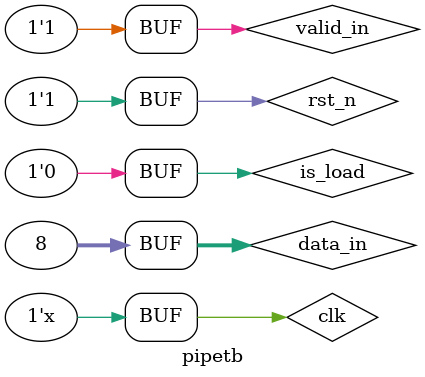
<source format=v>
module pipetb;

    reg clk;
    reg rst_n;
    reg valid_in;
    reg [31:0] data_in;
    reg is_load;

    
    always #10 clk = ~clk;
    initial begin
        clk = 1;
    end 
    
    initial begin
        rst_n = 0;
        #20
        rst_n = 1;
        valid_in = 1;
        data_in = 5;
        is_load = 0;
        #20
        data_in = 6;
        #20
        valid_in = 0;
        data_in = 7;
        is_load = 1;
        #20
        valid_in = 1;
        data_in = 7;
        is_load = 0;
        #20
        data_in = 8;
    end

    pipesim pipesim_inst
    (
        .clk(clk),
        .rst_n(rst_n),
        .valid_in(valid_in),
        .data_in(data_in),
        .is_load(is_load)
    );



endmodule 
</source>
